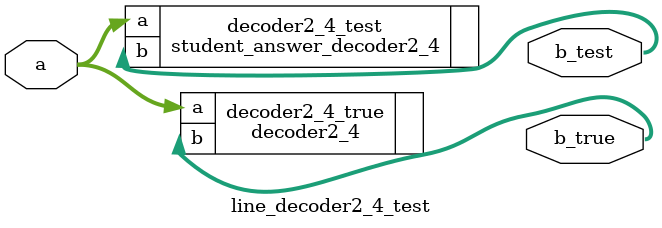
<source format=v>
module line_decoder2_4_test(
	input		[1:0]	a,
	output	wire	[3:0]	b_true,
	output	wire	[3:0]	b_test
);

decoder2_4 decoder2_4_true(
	.a(a),
	.b(b_true)
);

student_answer_decoder2_4 decoder2_4_test(
	.a(a),
	.b(b_test)
);


endmodule
</source>
